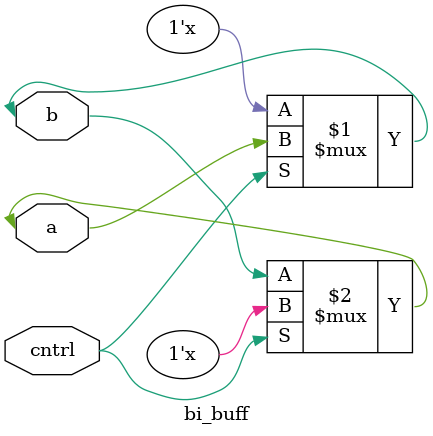
<source format=v>
 module bi_buff(a,b,cntrl);
inout a,b;
input cntrl;
bufif1 BUF1(b,a,cntrl);
bufif0 BUF2(a,b,cntrl);
endmodule                                    
 
</source>
